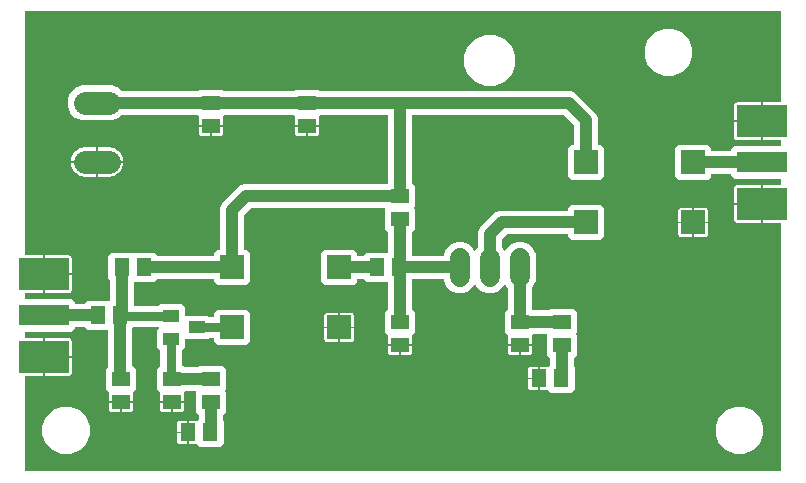
<source format=gbr>
G04 EAGLE Gerber RS-274X export*
G75*
%MOMM*%
%FSLAX34Y34*%
%LPD*%
%INTop Copper*%
%IPPOS*%
%AMOC8*
5,1,8,0,0,1.08239X$1,22.5*%
G01*
%ADD10R,1.500000X1.300000*%
%ADD11R,1.300000X1.500000*%
%ADD12R,1.400000X1.000000*%
%ADD13C,1.676400*%
%ADD14R,2.000000X2.000000*%
%ADD15R,4.191000X1.778000*%
%ADD16R,4.191000X2.667000*%
%ADD17C,1.981200*%
%ADD18C,1.000000*%
%ADD19C,1.500000*%
%ADD20C,0.800000*%

G36*
X644589Y5092D02*
X644589Y5092D01*
X644640Y5094D01*
X644672Y5112D01*
X644708Y5120D01*
X644747Y5153D01*
X644792Y5177D01*
X644813Y5207D01*
X644841Y5230D01*
X644862Y5277D01*
X644892Y5319D01*
X644900Y5361D01*
X644912Y5389D01*
X644911Y5419D01*
X644919Y5461D01*
X644919Y215498D01*
X644908Y215548D01*
X644906Y215599D01*
X644888Y215631D01*
X644880Y215667D01*
X644847Y215706D01*
X644823Y215751D01*
X644793Y215772D01*
X644770Y215800D01*
X644723Y215821D01*
X644681Y215851D01*
X644639Y215859D01*
X644611Y215871D01*
X644581Y215870D01*
X644539Y215878D01*
X629847Y215878D01*
X629847Y231373D01*
X629836Y231423D01*
X629834Y231474D01*
X629816Y231506D01*
X629808Y231542D01*
X629775Y231581D01*
X629751Y231626D01*
X629721Y231647D01*
X629697Y231675D01*
X629651Y231696D01*
X629609Y231726D01*
X629567Y231734D01*
X629539Y231746D01*
X629509Y231745D01*
X629467Y231753D01*
X629085Y231753D01*
X629085Y231755D01*
X629467Y231755D01*
X629517Y231766D01*
X629568Y231768D01*
X629600Y231786D01*
X629636Y231794D01*
X629675Y231827D01*
X629720Y231851D01*
X629741Y231881D01*
X629769Y231905D01*
X629790Y231951D01*
X629820Y231993D01*
X629828Y232035D01*
X629840Y232063D01*
X629839Y232093D01*
X629847Y232135D01*
X629847Y247630D01*
X644539Y247630D01*
X644589Y247641D01*
X644640Y247643D01*
X644672Y247661D01*
X644708Y247669D01*
X644747Y247702D01*
X644792Y247726D01*
X644813Y247756D01*
X644841Y247779D01*
X644862Y247826D01*
X644892Y247868D01*
X644900Y247910D01*
X644912Y247938D01*
X644911Y247968D01*
X644919Y248010D01*
X644919Y252349D01*
X644908Y252399D01*
X644906Y252450D01*
X644888Y252482D01*
X644880Y252518D01*
X644847Y252557D01*
X644823Y252602D01*
X644793Y252623D01*
X644770Y252651D01*
X644723Y252672D01*
X644681Y252702D01*
X644639Y252710D01*
X644611Y252722D01*
X644581Y252721D01*
X644539Y252729D01*
X606026Y252729D01*
X603050Y255705D01*
X603050Y256239D01*
X603039Y256289D01*
X603037Y256340D01*
X603019Y256372D01*
X603011Y256408D01*
X602978Y256447D01*
X602954Y256492D01*
X602924Y256513D01*
X602901Y256541D01*
X602854Y256562D01*
X602812Y256592D01*
X602770Y256600D01*
X602742Y256612D01*
X602712Y256611D01*
X602670Y256619D01*
X586321Y256619D01*
X586271Y256608D01*
X586220Y256606D01*
X586188Y256588D01*
X586152Y256580D01*
X586113Y256547D01*
X586068Y256523D01*
X586047Y256493D01*
X586019Y256470D01*
X585998Y256423D01*
X585968Y256381D01*
X585960Y256339D01*
X585948Y256311D01*
X585949Y256281D01*
X585941Y256239D01*
X585941Y254595D01*
X582965Y251619D01*
X558755Y251619D01*
X555779Y254595D01*
X555779Y278805D01*
X558755Y281781D01*
X582965Y281781D01*
X585941Y278805D01*
X585941Y277161D01*
X585952Y277111D01*
X585954Y277060D01*
X585972Y277028D01*
X585980Y276992D01*
X586013Y276953D01*
X586037Y276908D01*
X586067Y276887D01*
X586090Y276859D01*
X586137Y276838D01*
X586179Y276808D01*
X586221Y276800D01*
X586249Y276788D01*
X586279Y276789D01*
X586321Y276781D01*
X602670Y276781D01*
X602720Y276792D01*
X602771Y276794D01*
X602803Y276812D01*
X602839Y276820D01*
X602878Y276853D01*
X602923Y276877D01*
X602944Y276907D01*
X602972Y276930D01*
X602993Y276977D01*
X603023Y277019D01*
X603031Y277061D01*
X603043Y277089D01*
X603042Y277119D01*
X603050Y277161D01*
X603050Y277695D01*
X606026Y280671D01*
X644539Y280671D01*
X644589Y280682D01*
X644640Y280684D01*
X644672Y280702D01*
X644708Y280710D01*
X644747Y280743D01*
X644792Y280767D01*
X644813Y280797D01*
X644841Y280820D01*
X644862Y280867D01*
X644892Y280909D01*
X644900Y280951D01*
X644912Y280979D01*
X644911Y281009D01*
X644919Y281051D01*
X644919Y285390D01*
X644908Y285440D01*
X644906Y285491D01*
X644888Y285523D01*
X644880Y285559D01*
X644847Y285598D01*
X644823Y285643D01*
X644793Y285664D01*
X644770Y285692D01*
X644723Y285713D01*
X644681Y285743D01*
X644639Y285751D01*
X644611Y285763D01*
X644581Y285762D01*
X644539Y285770D01*
X629847Y285770D01*
X629847Y301265D01*
X629836Y301315D01*
X629834Y301366D01*
X629816Y301398D01*
X629808Y301434D01*
X629775Y301473D01*
X629751Y301518D01*
X629721Y301539D01*
X629697Y301567D01*
X629651Y301588D01*
X629609Y301618D01*
X629567Y301626D01*
X629539Y301638D01*
X629509Y301637D01*
X629467Y301645D01*
X629085Y301645D01*
X629085Y301647D01*
X629467Y301647D01*
X629517Y301658D01*
X629568Y301660D01*
X629600Y301678D01*
X629636Y301686D01*
X629675Y301719D01*
X629720Y301743D01*
X629741Y301773D01*
X629769Y301797D01*
X629790Y301843D01*
X629820Y301885D01*
X629828Y301927D01*
X629840Y301955D01*
X629839Y301981D01*
X629840Y301984D01*
X629840Y301990D01*
X629847Y302027D01*
X629847Y317522D01*
X644539Y317522D01*
X644589Y317533D01*
X644640Y317535D01*
X644672Y317553D01*
X644708Y317561D01*
X644747Y317594D01*
X644792Y317618D01*
X644813Y317648D01*
X644841Y317671D01*
X644862Y317718D01*
X644892Y317760D01*
X644900Y317802D01*
X644912Y317830D01*
X644911Y317860D01*
X644919Y317902D01*
X644919Y394539D01*
X644908Y394589D01*
X644906Y394640D01*
X644888Y394672D01*
X644880Y394708D01*
X644847Y394747D01*
X644823Y394792D01*
X644793Y394813D01*
X644770Y394841D01*
X644723Y394862D01*
X644681Y394892D01*
X644639Y394900D01*
X644611Y394912D01*
X644581Y394911D01*
X644539Y394919D01*
X5461Y394919D01*
X5411Y394908D01*
X5360Y394906D01*
X5328Y394888D01*
X5292Y394880D01*
X5253Y394847D01*
X5208Y394823D01*
X5187Y394793D01*
X5159Y394770D01*
X5138Y394723D01*
X5108Y394681D01*
X5100Y394639D01*
X5088Y394611D01*
X5089Y394581D01*
X5081Y394539D01*
X5081Y188362D01*
X5092Y188312D01*
X5094Y188261D01*
X5112Y188229D01*
X5120Y188193D01*
X5153Y188154D01*
X5177Y188109D01*
X5207Y188088D01*
X5230Y188060D01*
X5277Y188039D01*
X5319Y188009D01*
X5361Y188001D01*
X5389Y187989D01*
X5419Y187990D01*
X5461Y187982D01*
X20393Y187982D01*
X20393Y172487D01*
X20404Y172437D01*
X20406Y172386D01*
X20424Y172354D01*
X20432Y172318D01*
X20465Y172279D01*
X20489Y172234D01*
X20519Y172213D01*
X20542Y172185D01*
X20589Y172164D01*
X20631Y172134D01*
X20673Y172126D01*
X20701Y172114D01*
X20731Y172115D01*
X20773Y172107D01*
X21155Y172107D01*
X21155Y172105D01*
X20773Y172105D01*
X20723Y172094D01*
X20672Y172092D01*
X20640Y172074D01*
X20604Y172066D01*
X20565Y172033D01*
X20520Y172009D01*
X20499Y171979D01*
X20471Y171955D01*
X20450Y171909D01*
X20420Y171867D01*
X20412Y171825D01*
X20400Y171797D01*
X20401Y171767D01*
X20393Y171725D01*
X20393Y156230D01*
X5461Y156230D01*
X5411Y156219D01*
X5360Y156217D01*
X5328Y156199D01*
X5292Y156191D01*
X5253Y156158D01*
X5208Y156134D01*
X5187Y156104D01*
X5159Y156081D01*
X5138Y156034D01*
X5108Y155992D01*
X5100Y155950D01*
X5088Y155922D01*
X5089Y155892D01*
X5081Y155850D01*
X5081Y151511D01*
X5092Y151461D01*
X5094Y151410D01*
X5112Y151378D01*
X5120Y151342D01*
X5153Y151303D01*
X5177Y151258D01*
X5207Y151237D01*
X5230Y151209D01*
X5277Y151188D01*
X5319Y151158D01*
X5361Y151150D01*
X5389Y151138D01*
X5419Y151139D01*
X5461Y151131D01*
X44214Y151131D01*
X47190Y148155D01*
X47190Y147621D01*
X47201Y147571D01*
X47203Y147520D01*
X47221Y147488D01*
X47229Y147452D01*
X47262Y147413D01*
X47286Y147368D01*
X47316Y147347D01*
X47339Y147319D01*
X47386Y147298D01*
X47428Y147268D01*
X47470Y147260D01*
X47498Y147248D01*
X47528Y147249D01*
X47570Y147241D01*
X55438Y147241D01*
X55512Y147258D01*
X55587Y147271D01*
X55597Y147278D01*
X55607Y147280D01*
X55636Y147304D01*
X55707Y147352D01*
X58095Y149741D01*
X75305Y149741D01*
X75931Y149114D01*
X75975Y149087D01*
X76012Y149053D01*
X76047Y149042D01*
X76078Y149023D01*
X76129Y149018D01*
X76178Y149003D01*
X76214Y149010D01*
X76251Y149006D01*
X76298Y149024D01*
X76349Y149033D01*
X76384Y149057D01*
X76413Y149068D01*
X76434Y149090D01*
X76469Y149114D01*
X76828Y149473D01*
X76868Y149538D01*
X76912Y149600D01*
X76914Y149612D01*
X76919Y149620D01*
X76923Y149657D01*
X76939Y149742D01*
X76939Y166538D01*
X76922Y166612D01*
X76909Y166687D01*
X76902Y166697D01*
X76900Y166707D01*
X76876Y166736D01*
X76828Y166807D01*
X75439Y168195D01*
X75439Y187405D01*
X78415Y190381D01*
X95625Y190381D01*
X96251Y189754D01*
X96294Y189727D01*
X96332Y189693D01*
X96367Y189682D01*
X96398Y189663D01*
X96449Y189658D01*
X96498Y189643D01*
X96534Y189650D01*
X96571Y189646D01*
X96618Y189664D01*
X96669Y189673D01*
X96704Y189697D01*
X96733Y189708D01*
X96754Y189730D01*
X96789Y189754D01*
X97415Y190381D01*
X114625Y190381D01*
X117013Y187992D01*
X117078Y187952D01*
X117140Y187908D01*
X117152Y187906D01*
X117160Y187901D01*
X117197Y187897D01*
X117282Y187881D01*
X164879Y187881D01*
X164929Y187892D01*
X164980Y187894D01*
X165012Y187912D01*
X165048Y187920D01*
X165087Y187953D01*
X165132Y187977D01*
X165153Y188007D01*
X165181Y188030D01*
X165202Y188077D01*
X165232Y188119D01*
X165240Y188161D01*
X165252Y188189D01*
X165251Y188219D01*
X165259Y188261D01*
X165259Y189905D01*
X168235Y192881D01*
X169879Y192881D01*
X169929Y192892D01*
X169980Y192894D01*
X170012Y192912D01*
X170048Y192920D01*
X170087Y192953D01*
X170132Y192977D01*
X170153Y193007D01*
X170181Y193030D01*
X170202Y193077D01*
X170232Y193119D01*
X170240Y193161D01*
X170252Y193189D01*
X170251Y193219D01*
X170259Y193261D01*
X170259Y228065D01*
X171794Y231770D01*
X186670Y246646D01*
X190375Y248181D01*
X311318Y248181D01*
X311392Y248198D01*
X311467Y248211D01*
X311477Y248218D01*
X311487Y248220D01*
X311516Y248244D01*
X311587Y248292D01*
X312388Y249093D01*
X312428Y249158D01*
X312472Y249220D01*
X312474Y249232D01*
X312479Y249240D01*
X312483Y249277D01*
X312499Y249362D01*
X312499Y306379D01*
X312488Y306429D01*
X312486Y306480D01*
X312468Y306512D01*
X312460Y306548D01*
X312427Y306587D01*
X312403Y306632D01*
X312373Y306653D01*
X312350Y306681D01*
X312303Y306702D01*
X312261Y306732D01*
X312219Y306740D01*
X312191Y306752D01*
X312161Y306751D01*
X312119Y306759D01*
X255102Y306759D01*
X255028Y306742D01*
X254953Y306729D01*
X254943Y306722D01*
X254933Y306720D01*
X254904Y306696D01*
X254833Y306648D01*
X253820Y305635D01*
X253800Y305602D01*
X253771Y305575D01*
X253755Y305529D01*
X253729Y305488D01*
X253725Y305449D01*
X253712Y305412D01*
X253716Y305353D01*
X253712Y305315D01*
X253720Y305295D01*
X253722Y305268D01*
X253881Y304675D01*
X253881Y298601D01*
X244221Y298601D01*
X244171Y298590D01*
X244120Y298588D01*
X244088Y298570D01*
X244052Y298562D01*
X244013Y298529D01*
X243968Y298505D01*
X243947Y298475D01*
X243919Y298451D01*
X243898Y298405D01*
X243868Y298363D01*
X243860Y298321D01*
X243848Y298293D01*
X243849Y298263D01*
X243841Y298221D01*
X243841Y297839D01*
X243839Y297839D01*
X243839Y298221D01*
X243828Y298271D01*
X243826Y298322D01*
X243808Y298354D01*
X243800Y298390D01*
X243767Y298429D01*
X243743Y298474D01*
X243713Y298495D01*
X243689Y298523D01*
X243643Y298544D01*
X243601Y298574D01*
X243559Y298582D01*
X243531Y298594D01*
X243501Y298593D01*
X243459Y298601D01*
X233799Y298601D01*
X233799Y304675D01*
X233958Y305268D01*
X233959Y305307D01*
X233971Y305344D01*
X233962Y305392D01*
X233964Y305441D01*
X233948Y305476D01*
X233941Y305515D01*
X233907Y305564D01*
X233892Y305598D01*
X233875Y305612D01*
X233860Y305635D01*
X232847Y306648D01*
X232782Y306688D01*
X232720Y306732D01*
X232708Y306734D01*
X232700Y306739D01*
X232663Y306743D01*
X232578Y306759D01*
X173822Y306759D01*
X173748Y306742D01*
X173673Y306729D01*
X173663Y306722D01*
X173653Y306720D01*
X173624Y306696D01*
X173553Y306648D01*
X172540Y305635D01*
X172520Y305602D01*
X172491Y305575D01*
X172475Y305529D01*
X172449Y305488D01*
X172445Y305449D01*
X172432Y305412D01*
X172436Y305353D01*
X172432Y305315D01*
X172440Y305295D01*
X172442Y305268D01*
X172601Y304675D01*
X172601Y298601D01*
X162941Y298601D01*
X162891Y298590D01*
X162840Y298588D01*
X162808Y298570D01*
X162772Y298562D01*
X162733Y298529D01*
X162688Y298505D01*
X162667Y298475D01*
X162639Y298451D01*
X162618Y298405D01*
X162588Y298363D01*
X162580Y298321D01*
X162568Y298293D01*
X162569Y298263D01*
X162561Y298221D01*
X162561Y297839D01*
X162559Y297839D01*
X162559Y298221D01*
X162548Y298271D01*
X162546Y298322D01*
X162528Y298354D01*
X162520Y298390D01*
X162487Y298429D01*
X162463Y298474D01*
X162433Y298495D01*
X162409Y298523D01*
X162363Y298544D01*
X162321Y298574D01*
X162279Y298582D01*
X162251Y298594D01*
X162221Y298593D01*
X162179Y298601D01*
X152519Y298601D01*
X152519Y304675D01*
X152678Y305268D01*
X152679Y305307D01*
X152691Y305344D01*
X152682Y305392D01*
X152684Y305441D01*
X152668Y305476D01*
X152661Y305515D01*
X152627Y305564D01*
X152612Y305598D01*
X152595Y305612D01*
X152580Y305635D01*
X151567Y306648D01*
X151502Y306688D01*
X151440Y306732D01*
X151428Y306734D01*
X151420Y306739D01*
X151383Y306743D01*
X151298Y306759D01*
X86811Y306759D01*
X86737Y306742D01*
X86662Y306729D01*
X86652Y306722D01*
X86643Y306720D01*
X86614Y306696D01*
X86542Y306648D01*
X84435Y304541D01*
X78927Y302259D01*
X53153Y302259D01*
X47645Y304541D01*
X43429Y308757D01*
X41147Y314265D01*
X41147Y320227D01*
X43429Y325735D01*
X47645Y329951D01*
X53153Y332233D01*
X78927Y332233D01*
X84435Y329951D01*
X87354Y327032D01*
X87419Y326992D01*
X87481Y326948D01*
X87493Y326946D01*
X87502Y326941D01*
X87539Y326937D01*
X87623Y326921D01*
X151298Y326921D01*
X151372Y326938D01*
X151447Y326951D01*
X151457Y326958D01*
X151467Y326960D01*
X151496Y326984D01*
X151567Y327032D01*
X152955Y328421D01*
X172165Y328421D01*
X173553Y327032D01*
X173618Y326992D01*
X173680Y326948D01*
X173692Y326946D01*
X173700Y326941D01*
X173737Y326937D01*
X173822Y326921D01*
X232578Y326921D01*
X232652Y326938D01*
X232727Y326951D01*
X232737Y326958D01*
X232747Y326960D01*
X232776Y326984D01*
X232847Y327032D01*
X234235Y328421D01*
X253445Y328421D01*
X254833Y327032D01*
X254898Y326992D01*
X254960Y326948D01*
X254972Y326946D01*
X254980Y326941D01*
X255017Y326937D01*
X255102Y326921D01*
X467485Y326921D01*
X471190Y325386D01*
X488606Y307970D01*
X490141Y304265D01*
X490141Y282161D01*
X490152Y282111D01*
X490154Y282060D01*
X490172Y282028D01*
X490180Y281992D01*
X490213Y281953D01*
X490237Y281908D01*
X490267Y281887D01*
X490290Y281859D01*
X490337Y281838D01*
X490379Y281808D01*
X490421Y281800D01*
X490449Y281788D01*
X490479Y281789D01*
X490521Y281781D01*
X492165Y281781D01*
X495141Y278805D01*
X495141Y254595D01*
X492165Y251619D01*
X467955Y251619D01*
X464979Y254595D01*
X464979Y278805D01*
X467955Y281781D01*
X469599Y281781D01*
X469649Y281792D01*
X469700Y281794D01*
X469732Y281812D01*
X469768Y281820D01*
X469807Y281853D01*
X469852Y281877D01*
X469873Y281907D01*
X469901Y281930D01*
X469922Y281977D01*
X469952Y282019D01*
X469960Y282061D01*
X469972Y282089D01*
X469971Y282119D01*
X469979Y282161D01*
X469979Y297927D01*
X469962Y298001D01*
X469949Y298076D01*
X469942Y298086D01*
X469940Y298096D01*
X469916Y298124D01*
X469868Y298196D01*
X461416Y306648D01*
X461351Y306688D01*
X461289Y306732D01*
X461277Y306734D01*
X461269Y306739D01*
X461232Y306743D01*
X461147Y306759D01*
X333041Y306759D01*
X332991Y306748D01*
X332940Y306746D01*
X332908Y306728D01*
X332872Y306720D01*
X332833Y306687D01*
X332788Y306663D01*
X332767Y306633D01*
X332739Y306610D01*
X332718Y306563D01*
X332688Y306521D01*
X332680Y306479D01*
X332668Y306451D01*
X332669Y306421D01*
X332661Y306379D01*
X332661Y249362D01*
X332678Y249288D01*
X332691Y249213D01*
X332698Y249203D01*
X332700Y249193D01*
X332724Y249164D01*
X332772Y249093D01*
X335161Y246705D01*
X335161Y229495D01*
X334534Y228869D01*
X334507Y228826D01*
X334473Y228788D01*
X334462Y228753D01*
X334443Y228722D01*
X334438Y228671D01*
X334423Y228622D01*
X334430Y228586D01*
X334426Y228549D01*
X334444Y228502D01*
X334453Y228451D01*
X334477Y228416D01*
X334488Y228387D01*
X334510Y228366D01*
X334534Y228331D01*
X335161Y227705D01*
X335161Y210495D01*
X332772Y208107D01*
X332732Y208042D01*
X332688Y207980D01*
X332686Y207968D01*
X332681Y207960D01*
X332677Y207923D01*
X332661Y207838D01*
X332661Y188402D01*
X332678Y188328D01*
X332691Y188253D01*
X332698Y188243D01*
X332700Y188233D01*
X332724Y188205D01*
X332772Y188133D01*
X332913Y187992D01*
X332978Y187952D01*
X333040Y187908D01*
X333052Y187906D01*
X333060Y187901D01*
X333097Y187897D01*
X333182Y187881D01*
X359537Y187881D01*
X359587Y187892D01*
X359638Y187894D01*
X359670Y187912D01*
X359706Y187920D01*
X359745Y187953D01*
X359790Y187977D01*
X359811Y188007D01*
X359839Y188030D01*
X359860Y188077D01*
X359890Y188119D01*
X359898Y188161D01*
X359910Y188189D01*
X359909Y188219D01*
X359917Y188261D01*
X359917Y188860D01*
X361967Y193808D01*
X365754Y197595D01*
X370702Y199645D01*
X376058Y199645D01*
X381006Y197595D01*
X384793Y193808D01*
X385729Y191549D01*
X385744Y191528D01*
X385751Y191504D01*
X385794Y191459D01*
X385830Y191409D01*
X385853Y191396D01*
X385870Y191378D01*
X385928Y191356D01*
X385983Y191327D01*
X386009Y191327D01*
X386033Y191318D01*
X386094Y191324D01*
X386156Y191322D01*
X386179Y191333D01*
X386205Y191336D01*
X386257Y191369D01*
X386313Y191395D01*
X386330Y191415D01*
X386351Y191429D01*
X386399Y191500D01*
X386422Y191529D01*
X386424Y191539D01*
X386431Y191549D01*
X387367Y193808D01*
X388588Y195029D01*
X388628Y195094D01*
X388672Y195156D01*
X388674Y195168D01*
X388679Y195176D01*
X388683Y195213D01*
X388699Y195298D01*
X388699Y207745D01*
X390234Y211450D01*
X403230Y224446D01*
X406935Y225981D01*
X464599Y225981D01*
X464649Y225992D01*
X464700Y225994D01*
X464732Y226012D01*
X464768Y226020D01*
X464807Y226053D01*
X464852Y226077D01*
X464873Y226107D01*
X464901Y226130D01*
X464922Y226177D01*
X464952Y226219D01*
X464960Y226261D01*
X464972Y226289D01*
X464971Y226312D01*
X464972Y226314D01*
X464972Y226323D01*
X464979Y226361D01*
X464979Y228005D01*
X467955Y230981D01*
X492165Y230981D01*
X495141Y228005D01*
X495141Y203795D01*
X492165Y200819D01*
X467955Y200819D01*
X464979Y203795D01*
X464979Y205439D01*
X464968Y205489D01*
X464966Y205540D01*
X464948Y205572D01*
X464940Y205608D01*
X464907Y205647D01*
X464883Y205692D01*
X464853Y205713D01*
X464830Y205741D01*
X464783Y205762D01*
X464741Y205792D01*
X464699Y205800D01*
X464671Y205812D01*
X464641Y205811D01*
X464599Y205819D01*
X413273Y205819D01*
X413199Y205802D01*
X413124Y205789D01*
X413114Y205782D01*
X413104Y205780D01*
X413076Y205756D01*
X413004Y205708D01*
X408972Y201676D01*
X408932Y201611D01*
X408888Y201549D01*
X408886Y201537D01*
X408881Y201529D01*
X408877Y201492D01*
X408861Y201407D01*
X408861Y195298D01*
X408878Y195224D01*
X408891Y195149D01*
X408898Y195139D01*
X408900Y195129D01*
X408924Y195100D01*
X408972Y195029D01*
X410193Y193808D01*
X411129Y191549D01*
X411144Y191528D01*
X411151Y191504D01*
X411194Y191459D01*
X411230Y191409D01*
X411253Y191396D01*
X411270Y191378D01*
X411328Y191356D01*
X411383Y191327D01*
X411409Y191327D01*
X411433Y191318D01*
X411494Y191324D01*
X411556Y191322D01*
X411579Y191333D01*
X411605Y191336D01*
X411657Y191369D01*
X411713Y191395D01*
X411730Y191415D01*
X411751Y191429D01*
X411799Y191500D01*
X411822Y191529D01*
X411824Y191539D01*
X411831Y191549D01*
X412767Y193808D01*
X416554Y197595D01*
X421502Y199645D01*
X426858Y199645D01*
X431806Y197595D01*
X435593Y193808D01*
X437643Y188860D01*
X437643Y166740D01*
X435593Y161792D01*
X434372Y160571D01*
X434332Y160506D01*
X434288Y160444D01*
X434286Y160432D01*
X434281Y160424D01*
X434277Y160387D01*
X434261Y160302D01*
X434261Y142682D01*
X434278Y142608D01*
X434291Y142533D01*
X434298Y142523D01*
X434300Y142513D01*
X434324Y142484D01*
X434372Y142413D01*
X435173Y141612D01*
X435238Y141572D01*
X435300Y141528D01*
X435312Y141526D01*
X435320Y141521D01*
X435357Y141517D01*
X435442Y141501D01*
X448478Y141501D01*
X448552Y141518D01*
X448627Y141531D01*
X448637Y141538D01*
X448647Y141540D01*
X448676Y141564D01*
X448747Y141612D01*
X450135Y143001D01*
X469345Y143001D01*
X472321Y140025D01*
X472321Y122815D01*
X471694Y122189D01*
X471667Y122146D01*
X471633Y122108D01*
X471622Y122073D01*
X471603Y122042D01*
X471598Y121991D01*
X471583Y121942D01*
X471590Y121906D01*
X471586Y121869D01*
X471604Y121822D01*
X471613Y121771D01*
X471637Y121736D01*
X471648Y121707D01*
X471670Y121686D01*
X471694Y121651D01*
X472321Y121025D01*
X472321Y103815D01*
X469932Y101427D01*
X469892Y101362D01*
X469848Y101300D01*
X469846Y101288D01*
X469841Y101280D01*
X469837Y101243D01*
X469821Y101158D01*
X469821Y94422D01*
X469833Y94369D01*
X469834Y94339D01*
X469842Y94324D01*
X469851Y94273D01*
X469858Y94263D01*
X469860Y94253D01*
X469884Y94225D01*
X469932Y94153D01*
X470661Y93425D01*
X470661Y74215D01*
X467685Y71239D01*
X450475Y71239D01*
X447875Y73840D01*
X447842Y73860D01*
X447815Y73889D01*
X447769Y73905D01*
X447728Y73931D01*
X447689Y73935D01*
X447652Y73948D01*
X447593Y73944D01*
X447555Y73948D01*
X447535Y73940D01*
X447508Y73938D01*
X446915Y73779D01*
X440841Y73779D01*
X440841Y83439D01*
X440830Y83489D01*
X440828Y83540D01*
X440810Y83572D01*
X440802Y83608D01*
X440769Y83647D01*
X440745Y83692D01*
X440715Y83713D01*
X440691Y83741D01*
X440645Y83762D01*
X440603Y83792D01*
X440561Y83800D01*
X440533Y83812D01*
X440503Y83811D01*
X440461Y83819D01*
X440079Y83819D01*
X440079Y83821D01*
X440461Y83821D01*
X440511Y83832D01*
X440562Y83834D01*
X440594Y83852D01*
X440630Y83860D01*
X440669Y83893D01*
X440714Y83917D01*
X440735Y83947D01*
X440763Y83971D01*
X440784Y84017D01*
X440814Y84059D01*
X440822Y84101D01*
X440834Y84129D01*
X440833Y84159D01*
X440841Y84201D01*
X440841Y93861D01*
X446915Y93861D01*
X447508Y93702D01*
X447547Y93701D01*
X447584Y93689D01*
X447632Y93698D01*
X447681Y93696D01*
X447716Y93712D01*
X447755Y93719D01*
X447804Y93753D01*
X447839Y93768D01*
X447852Y93785D01*
X447875Y93800D01*
X449548Y95473D01*
X449588Y95538D01*
X449632Y95600D01*
X449634Y95612D01*
X449639Y95620D01*
X449643Y95657D01*
X449659Y95742D01*
X449659Y101158D01*
X449642Y101232D01*
X449629Y101307D01*
X449622Y101317D01*
X449620Y101327D01*
X449596Y101356D01*
X449548Y101427D01*
X447159Y103815D01*
X447159Y120959D01*
X447148Y121009D01*
X447146Y121060D01*
X447128Y121092D01*
X447120Y121128D01*
X447087Y121167D01*
X447063Y121212D01*
X447033Y121233D01*
X447010Y121261D01*
X446963Y121282D01*
X446921Y121312D01*
X446879Y121320D01*
X446851Y121332D01*
X446821Y121331D01*
X446779Y121339D01*
X435442Y121339D01*
X435368Y121322D01*
X435293Y121309D01*
X435283Y121302D01*
X435273Y121300D01*
X435244Y121276D01*
X435173Y121228D01*
X434160Y120215D01*
X434140Y120182D01*
X434111Y120155D01*
X434095Y120109D01*
X434069Y120068D01*
X434065Y120029D01*
X434052Y119992D01*
X434056Y119933D01*
X434052Y119895D01*
X434060Y119875D01*
X434062Y119848D01*
X434221Y119255D01*
X434221Y113181D01*
X424561Y113181D01*
X424511Y113170D01*
X424460Y113168D01*
X424428Y113150D01*
X424392Y113142D01*
X424353Y113109D01*
X424308Y113085D01*
X424287Y113055D01*
X424259Y113031D01*
X424238Y112985D01*
X424208Y112943D01*
X424200Y112901D01*
X424188Y112873D01*
X424189Y112843D01*
X424181Y112801D01*
X424181Y112419D01*
X424179Y112419D01*
X424179Y112801D01*
X424168Y112851D01*
X424166Y112902D01*
X424148Y112934D01*
X424140Y112970D01*
X424107Y113009D01*
X424083Y113054D01*
X424053Y113075D01*
X424029Y113103D01*
X423983Y113124D01*
X423941Y113154D01*
X423899Y113162D01*
X423871Y113174D01*
X423841Y113173D01*
X423799Y113181D01*
X414139Y113181D01*
X414139Y119255D01*
X414298Y119848D01*
X414299Y119887D01*
X414311Y119924D01*
X414302Y119972D01*
X414304Y120021D01*
X414288Y120056D01*
X414281Y120095D01*
X414247Y120144D01*
X414232Y120178D01*
X414215Y120192D01*
X414200Y120215D01*
X411599Y122815D01*
X411599Y140025D01*
X413988Y142413D01*
X414028Y142478D01*
X414072Y142540D01*
X414074Y142552D01*
X414079Y142560D01*
X414083Y142597D01*
X414099Y142682D01*
X414099Y160302D01*
X414082Y160376D01*
X414069Y160451D01*
X414062Y160461D01*
X414060Y160471D01*
X414036Y160500D01*
X413988Y160571D01*
X412767Y161792D01*
X411831Y164051D01*
X411816Y164072D01*
X411809Y164096D01*
X411766Y164141D01*
X411730Y164191D01*
X411707Y164203D01*
X411690Y164222D01*
X411632Y164244D01*
X411577Y164273D01*
X411551Y164273D01*
X411527Y164282D01*
X411466Y164276D01*
X411404Y164278D01*
X411381Y164267D01*
X411355Y164264D01*
X411303Y164231D01*
X411247Y164205D01*
X411230Y164185D01*
X411209Y164171D01*
X411161Y164099D01*
X411138Y164071D01*
X411135Y164061D01*
X411129Y164051D01*
X410193Y161792D01*
X406406Y158005D01*
X401458Y155955D01*
X396102Y155955D01*
X391154Y158005D01*
X387367Y161792D01*
X386431Y164051D01*
X386416Y164072D01*
X386409Y164096D01*
X386366Y164141D01*
X386330Y164191D01*
X386307Y164203D01*
X386290Y164222D01*
X386232Y164244D01*
X386177Y164273D01*
X386151Y164273D01*
X386127Y164282D01*
X386066Y164276D01*
X386004Y164278D01*
X385981Y164267D01*
X385955Y164264D01*
X385903Y164231D01*
X385847Y164205D01*
X385830Y164185D01*
X385809Y164171D01*
X385761Y164099D01*
X385738Y164071D01*
X385735Y164061D01*
X385729Y164051D01*
X384793Y161792D01*
X381006Y158005D01*
X376058Y155955D01*
X370702Y155955D01*
X365754Y158005D01*
X361967Y161792D01*
X359917Y166740D01*
X359917Y167339D01*
X359906Y167389D01*
X359904Y167440D01*
X359886Y167472D01*
X359878Y167508D01*
X359845Y167547D01*
X359821Y167592D01*
X359791Y167613D01*
X359768Y167641D01*
X359721Y167662D01*
X359679Y167692D01*
X359637Y167700D01*
X359609Y167712D01*
X359579Y167711D01*
X359537Y167719D01*
X333182Y167719D01*
X333108Y167702D01*
X333033Y167689D01*
X333023Y167682D01*
X333013Y167680D01*
X332984Y167656D01*
X332913Y167608D01*
X332772Y167467D01*
X332732Y167402D01*
X332688Y167340D01*
X332686Y167328D01*
X332681Y167320D01*
X332677Y167283D01*
X332661Y167198D01*
X332661Y142682D01*
X332678Y142608D01*
X332691Y142533D01*
X332698Y142523D01*
X332700Y142513D01*
X332724Y142484D01*
X332772Y142413D01*
X335161Y140025D01*
X335161Y122815D01*
X332560Y120215D01*
X332540Y120182D01*
X332511Y120155D01*
X332495Y120109D01*
X332469Y120068D01*
X332465Y120029D01*
X332452Y119992D01*
X332456Y119933D01*
X332452Y119895D01*
X332460Y119875D01*
X332462Y119848D01*
X332621Y119255D01*
X332621Y113181D01*
X322961Y113181D01*
X322911Y113170D01*
X322860Y113168D01*
X322828Y113150D01*
X322792Y113142D01*
X322753Y113109D01*
X322708Y113085D01*
X322687Y113055D01*
X322659Y113031D01*
X322638Y112985D01*
X322608Y112943D01*
X322600Y112901D01*
X322588Y112873D01*
X322589Y112843D01*
X322581Y112801D01*
X322581Y112419D01*
X322579Y112419D01*
X322579Y112801D01*
X322568Y112851D01*
X322566Y112902D01*
X322548Y112934D01*
X322540Y112970D01*
X322507Y113009D01*
X322483Y113054D01*
X322453Y113075D01*
X322429Y113103D01*
X322383Y113124D01*
X322341Y113154D01*
X322299Y113162D01*
X322271Y113174D01*
X322241Y113173D01*
X322199Y113181D01*
X312539Y113181D01*
X312539Y119255D01*
X312698Y119848D01*
X312699Y119887D01*
X312711Y119924D01*
X312702Y119972D01*
X312704Y120021D01*
X312688Y120056D01*
X312681Y120095D01*
X312647Y120144D01*
X312632Y120178D01*
X312615Y120192D01*
X312600Y120215D01*
X309999Y122815D01*
X309999Y140025D01*
X312388Y142413D01*
X312428Y142478D01*
X312472Y142540D01*
X312474Y142552D01*
X312479Y142560D01*
X312483Y142597D01*
X312499Y142682D01*
X312499Y165276D01*
X312493Y165301D01*
X312496Y165327D01*
X312474Y165385D01*
X312460Y165445D01*
X312443Y165465D01*
X312434Y165489D01*
X312389Y165531D01*
X312350Y165578D01*
X312326Y165589D01*
X312307Y165607D01*
X312248Y165624D01*
X312191Y165649D01*
X312166Y165648D01*
X312141Y165656D01*
X312080Y165645D01*
X312018Y165643D01*
X311996Y165630D01*
X311970Y165626D01*
X311899Y165578D01*
X311866Y165560D01*
X311860Y165552D01*
X311850Y165545D01*
X311525Y165219D01*
X294315Y165219D01*
X291927Y167608D01*
X291862Y167648D01*
X291800Y167692D01*
X291788Y167694D01*
X291780Y167699D01*
X291743Y167703D01*
X291658Y167719D01*
X286601Y167719D01*
X286551Y167708D01*
X286500Y167706D01*
X286468Y167688D01*
X286432Y167680D01*
X286393Y167647D01*
X286348Y167623D01*
X286327Y167593D01*
X286299Y167570D01*
X286278Y167523D01*
X286248Y167481D01*
X286240Y167439D01*
X286228Y167411D01*
X286229Y167381D01*
X286221Y167339D01*
X286221Y165695D01*
X283245Y162719D01*
X259035Y162719D01*
X256059Y165695D01*
X256059Y189905D01*
X259035Y192881D01*
X283245Y192881D01*
X286221Y189905D01*
X286221Y188261D01*
X286232Y188211D01*
X286234Y188160D01*
X286252Y188128D01*
X286260Y188092D01*
X286293Y188053D01*
X286317Y188008D01*
X286347Y187987D01*
X286370Y187959D01*
X286417Y187938D01*
X286459Y187908D01*
X286501Y187900D01*
X286529Y187888D01*
X286559Y187889D01*
X286601Y187881D01*
X291658Y187881D01*
X291732Y187898D01*
X291807Y187911D01*
X291817Y187918D01*
X291827Y187920D01*
X291856Y187944D01*
X291927Y187992D01*
X294315Y190381D01*
X311525Y190381D01*
X311850Y190055D01*
X311872Y190041D01*
X311888Y190022D01*
X311945Y189996D01*
X311997Y189964D01*
X312023Y189961D01*
X312047Y189951D01*
X312108Y189953D01*
X312170Y189947D01*
X312194Y189956D01*
X312220Y189957D01*
X312274Y189987D01*
X312332Y190009D01*
X312349Y190028D01*
X312372Y190040D01*
X312407Y190090D01*
X312449Y190136D01*
X312457Y190161D01*
X312472Y190182D01*
X312488Y190266D01*
X312499Y190302D01*
X312497Y190312D01*
X312499Y190324D01*
X312499Y207838D01*
X312482Y207912D01*
X312469Y207987D01*
X312462Y207997D01*
X312460Y208007D01*
X312436Y208036D01*
X312388Y208107D01*
X309999Y210495D01*
X309999Y227639D01*
X309988Y227689D01*
X309986Y227740D01*
X309968Y227772D01*
X309960Y227808D01*
X309927Y227847D01*
X309903Y227892D01*
X309873Y227913D01*
X309850Y227941D01*
X309803Y227962D01*
X309761Y227992D01*
X309719Y228000D01*
X309691Y228012D01*
X309661Y228011D01*
X309619Y228019D01*
X196713Y228019D01*
X196639Y228002D01*
X196564Y227989D01*
X196554Y227982D01*
X196544Y227980D01*
X196516Y227956D01*
X196444Y227908D01*
X190532Y221996D01*
X190492Y221931D01*
X190448Y221869D01*
X190446Y221857D01*
X190441Y221849D01*
X190437Y221812D01*
X190421Y221727D01*
X190421Y193261D01*
X190432Y193211D01*
X190434Y193160D01*
X190452Y193128D01*
X190460Y193092D01*
X190493Y193053D01*
X190517Y193008D01*
X190547Y192987D01*
X190570Y192959D01*
X190617Y192938D01*
X190659Y192908D01*
X190701Y192900D01*
X190729Y192888D01*
X190759Y192889D01*
X190801Y192881D01*
X192445Y192881D01*
X195421Y189905D01*
X195421Y165695D01*
X192445Y162719D01*
X168235Y162719D01*
X165259Y165695D01*
X165259Y167339D01*
X165248Y167389D01*
X165246Y167440D01*
X165228Y167472D01*
X165220Y167508D01*
X165187Y167547D01*
X165163Y167592D01*
X165133Y167613D01*
X165110Y167641D01*
X165063Y167662D01*
X165021Y167692D01*
X164979Y167700D01*
X164951Y167712D01*
X164921Y167711D01*
X164879Y167719D01*
X117282Y167719D01*
X117208Y167702D01*
X117133Y167689D01*
X117123Y167682D01*
X117113Y167680D01*
X117084Y167656D01*
X117013Y167608D01*
X114625Y165219D01*
X97481Y165219D01*
X97431Y165208D01*
X97380Y165206D01*
X97348Y165188D01*
X97312Y165180D01*
X97273Y165147D01*
X97228Y165123D01*
X97207Y165093D01*
X97179Y165070D01*
X97158Y165023D01*
X97128Y164981D01*
X97120Y164939D01*
X97108Y164911D01*
X97109Y164881D01*
X97101Y164839D01*
X97101Y147102D01*
X97118Y147028D01*
X97131Y146953D01*
X97138Y146943D01*
X97140Y146933D01*
X97164Y146904D01*
X97212Y146833D01*
X97281Y146765D01*
X97281Y145961D01*
X97292Y145911D01*
X97294Y145860D01*
X97312Y145828D01*
X97320Y145792D01*
X97353Y145753D01*
X97377Y145708D01*
X97407Y145687D01*
X97430Y145659D01*
X97477Y145638D01*
X97519Y145608D01*
X97561Y145600D01*
X97589Y145588D01*
X97619Y145589D01*
X97661Y145581D01*
X118438Y145581D01*
X118512Y145598D01*
X118587Y145611D01*
X118597Y145618D01*
X118607Y145620D01*
X118636Y145644D01*
X118707Y145692D01*
X119595Y146581D01*
X137805Y146581D01*
X140781Y143605D01*
X140781Y137184D01*
X140787Y137159D01*
X140784Y137133D01*
X140806Y137075D01*
X140820Y137015D01*
X140837Y136995D01*
X140846Y136971D01*
X140891Y136929D01*
X140930Y136882D01*
X140954Y136871D01*
X140973Y136853D01*
X141032Y136836D01*
X141089Y136811D01*
X141114Y136812D01*
X141139Y136804D01*
X141200Y136815D01*
X141262Y136817D01*
X141284Y136830D01*
X141310Y136834D01*
X141381Y136882D01*
X141414Y136900D01*
X141420Y136908D01*
X141430Y136915D01*
X141596Y137081D01*
X159805Y137081D01*
X160693Y136192D01*
X160758Y136152D01*
X160820Y136108D01*
X160832Y136106D01*
X160840Y136101D01*
X160877Y136097D01*
X160962Y136081D01*
X164879Y136081D01*
X164929Y136092D01*
X164980Y136094D01*
X165012Y136112D01*
X165048Y136120D01*
X165087Y136153D01*
X165132Y136177D01*
X165153Y136207D01*
X165181Y136230D01*
X165202Y136277D01*
X165232Y136319D01*
X165240Y136361D01*
X165252Y136389D01*
X165251Y136419D01*
X165259Y136461D01*
X165259Y139105D01*
X168235Y142081D01*
X192445Y142081D01*
X195421Y139105D01*
X195421Y114895D01*
X192445Y111919D01*
X168235Y111919D01*
X165259Y114895D01*
X165259Y117539D01*
X165248Y117589D01*
X165246Y117640D01*
X165228Y117672D01*
X165220Y117708D01*
X165187Y117747D01*
X165163Y117792D01*
X165133Y117813D01*
X165110Y117841D01*
X165063Y117862D01*
X165021Y117892D01*
X164979Y117900D01*
X164951Y117912D01*
X164921Y117911D01*
X164879Y117919D01*
X160962Y117919D01*
X160888Y117902D01*
X160813Y117889D01*
X160803Y117882D01*
X160793Y117880D01*
X160764Y117856D01*
X160693Y117808D01*
X159805Y116919D01*
X141596Y116919D01*
X141430Y117085D01*
X141408Y117099D01*
X141392Y117118D01*
X141335Y117144D01*
X141283Y117176D01*
X141257Y117179D01*
X141233Y117189D01*
X141172Y117187D01*
X141110Y117193D01*
X141086Y117184D01*
X141060Y117183D01*
X141006Y117153D01*
X140948Y117131D01*
X140931Y117112D01*
X140908Y117100D01*
X140873Y117049D01*
X140831Y117004D01*
X140823Y116979D01*
X140808Y116958D01*
X140792Y116874D01*
X140781Y116838D01*
X140783Y116828D01*
X140781Y116816D01*
X140781Y110395D01*
X137892Y107507D01*
X137852Y107442D01*
X137808Y107380D01*
X137806Y107368D01*
X137801Y107360D01*
X137797Y107323D01*
X137781Y107238D01*
X137781Y95121D01*
X137792Y95071D01*
X137794Y95020D01*
X137812Y94988D01*
X137820Y94952D01*
X137853Y94913D01*
X137877Y94868D01*
X137907Y94847D01*
X137930Y94819D01*
X137977Y94798D01*
X138019Y94768D01*
X138061Y94760D01*
X138089Y94748D01*
X138119Y94749D01*
X138161Y94741D01*
X139145Y94741D01*
X140533Y93352D01*
X140598Y93312D01*
X140660Y93268D01*
X140672Y93266D01*
X140680Y93261D01*
X140717Y93257D01*
X140802Y93241D01*
X151298Y93241D01*
X151372Y93258D01*
X151447Y93271D01*
X151457Y93278D01*
X151467Y93280D01*
X151496Y93304D01*
X151567Y93352D01*
X152955Y94741D01*
X172165Y94741D01*
X175141Y91765D01*
X175141Y74555D01*
X174514Y73929D01*
X174487Y73886D01*
X174453Y73848D01*
X174442Y73813D01*
X174423Y73782D01*
X174418Y73731D01*
X174403Y73682D01*
X174410Y73646D01*
X174406Y73609D01*
X174424Y73562D01*
X174433Y73511D01*
X174457Y73476D01*
X174468Y73447D01*
X174490Y73426D01*
X174514Y73391D01*
X175141Y72765D01*
X175141Y55555D01*
X172752Y53167D01*
X172712Y53102D01*
X172668Y53040D01*
X172666Y53028D01*
X172661Y53020D01*
X172657Y52983D01*
X172641Y52898D01*
X172641Y48702D01*
X172658Y48628D01*
X172671Y48553D01*
X172678Y48543D01*
X172680Y48533D01*
X172704Y48504D01*
X172752Y48433D01*
X173481Y47705D01*
X173481Y28495D01*
X170505Y25519D01*
X153295Y25519D01*
X150695Y28120D01*
X150662Y28140D01*
X150635Y28169D01*
X150589Y28185D01*
X150548Y28211D01*
X150509Y28215D01*
X150472Y28228D01*
X150413Y28224D01*
X150375Y28228D01*
X150355Y28220D01*
X150328Y28218D01*
X149735Y28059D01*
X143661Y28059D01*
X143661Y37719D01*
X143650Y37769D01*
X143648Y37820D01*
X143630Y37852D01*
X143622Y37888D01*
X143589Y37927D01*
X143565Y37972D01*
X143535Y37993D01*
X143511Y38021D01*
X143465Y38042D01*
X143423Y38072D01*
X143381Y38080D01*
X143353Y38092D01*
X143323Y38091D01*
X143281Y38099D01*
X142899Y38099D01*
X142899Y38101D01*
X143281Y38101D01*
X143331Y38112D01*
X143382Y38114D01*
X143414Y38132D01*
X143450Y38140D01*
X143489Y38173D01*
X143534Y38197D01*
X143555Y38227D01*
X143583Y38251D01*
X143604Y38297D01*
X143634Y38339D01*
X143642Y38381D01*
X143654Y38409D01*
X143653Y38439D01*
X143661Y38481D01*
X143661Y48141D01*
X149735Y48141D01*
X150328Y47982D01*
X150367Y47981D01*
X150404Y47969D01*
X150452Y47978D01*
X150501Y47976D01*
X150536Y47992D01*
X150575Y47999D01*
X150624Y48033D01*
X150658Y48048D01*
X150672Y48065D01*
X150695Y48080D01*
X152368Y49753D01*
X152408Y49818D01*
X152452Y49880D01*
X152454Y49892D01*
X152459Y49900D01*
X152463Y49937D01*
X152479Y50022D01*
X152479Y52898D01*
X152462Y52972D01*
X152449Y53047D01*
X152442Y53057D01*
X152440Y53067D01*
X152416Y53096D01*
X152368Y53167D01*
X149979Y55555D01*
X149979Y72699D01*
X149968Y72749D01*
X149966Y72800D01*
X149948Y72832D01*
X149940Y72868D01*
X149907Y72907D01*
X149883Y72952D01*
X149853Y72973D01*
X149830Y73001D01*
X149783Y73022D01*
X149741Y73052D01*
X149699Y73060D01*
X149671Y73072D01*
X149641Y73071D01*
X149599Y73079D01*
X140802Y73079D01*
X140728Y73062D01*
X140653Y73049D01*
X140643Y73042D01*
X140633Y73040D01*
X140605Y73016D01*
X140533Y72968D01*
X139520Y71955D01*
X139500Y71922D01*
X139471Y71895D01*
X139455Y71849D01*
X139429Y71808D01*
X139425Y71769D01*
X139412Y71732D01*
X139416Y71673D01*
X139412Y71635D01*
X139420Y71615D01*
X139422Y71588D01*
X139581Y70995D01*
X139581Y64921D01*
X129921Y64921D01*
X129871Y64910D01*
X129820Y64908D01*
X129788Y64890D01*
X129752Y64882D01*
X129713Y64849D01*
X129668Y64825D01*
X129647Y64795D01*
X129619Y64771D01*
X129598Y64725D01*
X129568Y64683D01*
X129560Y64641D01*
X129548Y64613D01*
X129549Y64583D01*
X129541Y64541D01*
X129541Y64159D01*
X129539Y64159D01*
X129539Y64541D01*
X129528Y64591D01*
X129526Y64642D01*
X129508Y64674D01*
X129500Y64710D01*
X129467Y64749D01*
X129443Y64794D01*
X129413Y64815D01*
X129389Y64843D01*
X129343Y64864D01*
X129301Y64894D01*
X129259Y64902D01*
X129231Y64914D01*
X129201Y64913D01*
X129159Y64921D01*
X119499Y64921D01*
X119499Y70995D01*
X119658Y71588D01*
X119659Y71627D01*
X119671Y71664D01*
X119662Y71712D01*
X119664Y71761D01*
X119648Y71796D01*
X119641Y71835D01*
X119607Y71884D01*
X119592Y71918D01*
X119575Y71932D01*
X119560Y71955D01*
X116959Y74555D01*
X116959Y91765D01*
X119508Y94313D01*
X119548Y94378D01*
X119592Y94440D01*
X119594Y94452D01*
X119599Y94460D01*
X119603Y94497D01*
X119619Y94582D01*
X119619Y107238D01*
X119602Y107312D01*
X119589Y107387D01*
X119582Y107397D01*
X119580Y107407D01*
X119556Y107436D01*
X119508Y107507D01*
X116619Y110395D01*
X116619Y124605D01*
X118746Y126731D01*
X118773Y126774D01*
X118807Y126812D01*
X118818Y126847D01*
X118837Y126878D01*
X118842Y126929D01*
X118857Y126978D01*
X118850Y127014D01*
X118854Y127051D01*
X118836Y127098D01*
X118827Y127149D01*
X118803Y127184D01*
X118792Y127213D01*
X118770Y127234D01*
X118746Y127269D01*
X118707Y127308D01*
X118642Y127348D01*
X118580Y127392D01*
X118568Y127394D01*
X118560Y127399D01*
X118523Y127403D01*
X118438Y127419D01*
X97302Y127419D01*
X97228Y127402D01*
X97153Y127389D01*
X97143Y127382D01*
X97133Y127380D01*
X97105Y127356D01*
X97033Y127308D01*
X95892Y126167D01*
X95852Y126102D01*
X95808Y126040D01*
X95806Y126028D01*
X95801Y126020D01*
X95797Y125983D01*
X95781Y125898D01*
X95781Y95082D01*
X95798Y95008D01*
X95811Y94933D01*
X95818Y94923D01*
X95820Y94913D01*
X95844Y94884D01*
X95892Y94813D01*
X98941Y91765D01*
X98941Y74555D01*
X96340Y71955D01*
X96320Y71922D01*
X96291Y71895D01*
X96275Y71849D01*
X96249Y71808D01*
X96245Y71769D01*
X96232Y71732D01*
X96236Y71673D01*
X96232Y71635D01*
X96240Y71615D01*
X96242Y71588D01*
X96401Y70995D01*
X96401Y64921D01*
X86741Y64921D01*
X86691Y64910D01*
X86640Y64908D01*
X86608Y64890D01*
X86572Y64882D01*
X86533Y64849D01*
X86488Y64825D01*
X86467Y64795D01*
X86439Y64771D01*
X86418Y64725D01*
X86388Y64683D01*
X86380Y64641D01*
X86368Y64613D01*
X86369Y64583D01*
X86361Y64541D01*
X86361Y64159D01*
X86359Y64159D01*
X86359Y64541D01*
X86348Y64591D01*
X86346Y64642D01*
X86328Y64674D01*
X86320Y64710D01*
X86287Y64749D01*
X86263Y64794D01*
X86233Y64815D01*
X86209Y64843D01*
X86163Y64864D01*
X86121Y64894D01*
X86079Y64902D01*
X86051Y64914D01*
X86021Y64913D01*
X85979Y64921D01*
X76319Y64921D01*
X76319Y70995D01*
X76478Y71588D01*
X76479Y71627D01*
X76491Y71664D01*
X76482Y71712D01*
X76484Y71761D01*
X76468Y71796D01*
X76461Y71835D01*
X76427Y71884D01*
X76412Y71918D01*
X76395Y71932D01*
X76380Y71955D01*
X73779Y74555D01*
X73779Y91765D01*
X75508Y93493D01*
X75548Y93558D01*
X75592Y93620D01*
X75594Y93632D01*
X75599Y93640D01*
X75603Y93677D01*
X75619Y93762D01*
X75619Y124199D01*
X75608Y124249D01*
X75606Y124300D01*
X75588Y124332D01*
X75580Y124368D01*
X75547Y124407D01*
X75523Y124452D01*
X75493Y124473D01*
X75470Y124501D01*
X75423Y124522D01*
X75381Y124552D01*
X75339Y124560D01*
X75311Y124572D01*
X75281Y124571D01*
X75239Y124579D01*
X58095Y124579D01*
X55707Y126968D01*
X55642Y127008D01*
X55580Y127052D01*
X55568Y127054D01*
X55560Y127059D01*
X55523Y127063D01*
X55438Y127079D01*
X47570Y127079D01*
X47520Y127068D01*
X47469Y127066D01*
X47437Y127048D01*
X47401Y127040D01*
X47362Y127007D01*
X47317Y126983D01*
X47296Y126953D01*
X47268Y126930D01*
X47247Y126883D01*
X47217Y126841D01*
X47209Y126799D01*
X47197Y126771D01*
X47198Y126741D01*
X47190Y126699D01*
X47190Y126165D01*
X44214Y123189D01*
X5461Y123189D01*
X5411Y123178D01*
X5360Y123176D01*
X5328Y123158D01*
X5292Y123150D01*
X5253Y123117D01*
X5208Y123093D01*
X5187Y123063D01*
X5159Y123040D01*
X5138Y122993D01*
X5108Y122951D01*
X5100Y122909D01*
X5088Y122881D01*
X5089Y122851D01*
X5081Y122809D01*
X5081Y118470D01*
X5092Y118420D01*
X5094Y118369D01*
X5112Y118337D01*
X5120Y118301D01*
X5153Y118262D01*
X5177Y118217D01*
X5207Y118196D01*
X5230Y118168D01*
X5277Y118147D01*
X5319Y118117D01*
X5361Y118109D01*
X5389Y118097D01*
X5419Y118098D01*
X5461Y118090D01*
X20393Y118090D01*
X20393Y102595D01*
X20404Y102545D01*
X20406Y102494D01*
X20424Y102462D01*
X20432Y102426D01*
X20465Y102387D01*
X20489Y102342D01*
X20519Y102321D01*
X20542Y102293D01*
X20589Y102272D01*
X20631Y102242D01*
X20673Y102234D01*
X20701Y102222D01*
X20731Y102223D01*
X20773Y102215D01*
X21155Y102215D01*
X21155Y102213D01*
X20773Y102213D01*
X20723Y102202D01*
X20672Y102200D01*
X20640Y102182D01*
X20604Y102174D01*
X20565Y102141D01*
X20520Y102117D01*
X20499Y102087D01*
X20471Y102063D01*
X20450Y102017D01*
X20420Y101975D01*
X20412Y101933D01*
X20400Y101905D01*
X20401Y101875D01*
X20393Y101833D01*
X20393Y86338D01*
X5461Y86338D01*
X5411Y86327D01*
X5360Y86325D01*
X5328Y86307D01*
X5292Y86299D01*
X5253Y86266D01*
X5208Y86242D01*
X5187Y86212D01*
X5159Y86189D01*
X5138Y86142D01*
X5108Y86100D01*
X5100Y86058D01*
X5088Y86030D01*
X5089Y86000D01*
X5081Y85958D01*
X5081Y5461D01*
X5092Y5411D01*
X5094Y5360D01*
X5112Y5328D01*
X5120Y5292D01*
X5153Y5253D01*
X5177Y5208D01*
X5207Y5187D01*
X5230Y5159D01*
X5277Y5138D01*
X5319Y5108D01*
X5361Y5100D01*
X5389Y5088D01*
X5419Y5089D01*
X5461Y5081D01*
X644539Y5081D01*
X644589Y5092D01*
G37*
%LPC*%
G36*
X394485Y331469D02*
X394485Y331469D01*
X386550Y334756D01*
X380476Y340830D01*
X377189Y348765D01*
X377189Y357355D01*
X380476Y365290D01*
X386550Y371364D01*
X394485Y374651D01*
X403075Y374651D01*
X411010Y371364D01*
X417084Y365290D01*
X420371Y357355D01*
X420371Y348765D01*
X417084Y340830D01*
X411010Y334756D01*
X403075Y331469D01*
X394485Y331469D01*
G37*
%LPD*%
%LPC*%
G36*
X546006Y339919D02*
X546006Y339919D01*
X538625Y342976D01*
X532976Y348625D01*
X529919Y356006D01*
X529919Y363994D01*
X532976Y371375D01*
X538625Y377024D01*
X546006Y380081D01*
X553994Y380081D01*
X561375Y377024D01*
X567024Y371375D01*
X570081Y363994D01*
X570081Y356006D01*
X567024Y348625D01*
X561375Y342976D01*
X553994Y339919D01*
X546006Y339919D01*
G37*
%LPD*%
%LPC*%
G36*
X606006Y19919D02*
X606006Y19919D01*
X598625Y22976D01*
X592976Y28625D01*
X589919Y36006D01*
X589919Y43994D01*
X592976Y51375D01*
X598625Y57024D01*
X606006Y60081D01*
X613994Y60081D01*
X621375Y57024D01*
X627024Y51375D01*
X630081Y43994D01*
X630081Y36006D01*
X627024Y28625D01*
X621375Y22976D01*
X613994Y19919D01*
X606006Y19919D01*
G37*
%LPD*%
%LPC*%
G36*
X36006Y19919D02*
X36006Y19919D01*
X28625Y22976D01*
X22976Y28625D01*
X19919Y36006D01*
X19919Y43994D01*
X22976Y51375D01*
X28625Y57024D01*
X36006Y60081D01*
X43994Y60081D01*
X51375Y57024D01*
X57024Y51375D01*
X60081Y43994D01*
X60081Y36006D01*
X57024Y28625D01*
X51375Y22976D01*
X43994Y19919D01*
X36006Y19919D01*
G37*
%LPD*%
%LPC*%
G36*
X21915Y102975D02*
X21915Y102975D01*
X21915Y118090D01*
X42444Y118090D01*
X43090Y117917D01*
X43669Y117582D01*
X44142Y117109D01*
X44477Y116530D01*
X44650Y115884D01*
X44650Y102975D01*
X21915Y102975D01*
G37*
%LPD*%
%LPC*%
G36*
X21915Y172867D02*
X21915Y172867D01*
X21915Y187982D01*
X42444Y187982D01*
X43090Y187809D01*
X43669Y187474D01*
X44142Y187001D01*
X44477Y186422D01*
X44650Y185776D01*
X44650Y172867D01*
X21915Y172867D01*
G37*
%LPD*%
%LPC*%
G36*
X605590Y302407D02*
X605590Y302407D01*
X605590Y315316D01*
X605763Y315962D01*
X606098Y316541D01*
X606571Y317014D01*
X607150Y317349D01*
X607796Y317522D01*
X628325Y317522D01*
X628325Y302407D01*
X605590Y302407D01*
G37*
%LPD*%
%LPC*%
G36*
X605590Y232515D02*
X605590Y232515D01*
X605590Y245424D01*
X605763Y246070D01*
X606098Y246649D01*
X606571Y247122D01*
X607150Y247457D01*
X607796Y247630D01*
X628325Y247630D01*
X628325Y232515D01*
X605590Y232515D01*
G37*
%LPD*%
%LPC*%
G36*
X21915Y156230D02*
X21915Y156230D01*
X21915Y171345D01*
X44650Y171345D01*
X44650Y158436D01*
X44477Y157790D01*
X44142Y157211D01*
X43669Y156738D01*
X43090Y156403D01*
X42444Y156230D01*
X21915Y156230D01*
G37*
%LPD*%
%LPC*%
G36*
X21915Y86338D02*
X21915Y86338D01*
X21915Y101453D01*
X44650Y101453D01*
X44650Y88544D01*
X44477Y87898D01*
X44142Y87319D01*
X43669Y86846D01*
X43090Y86511D01*
X42444Y86338D01*
X21915Y86338D01*
G37*
%LPD*%
%LPC*%
G36*
X607796Y285770D02*
X607796Y285770D01*
X607150Y285943D01*
X606571Y286278D01*
X606098Y286751D01*
X605763Y287330D01*
X605590Y287976D01*
X605590Y300885D01*
X628325Y300885D01*
X628325Y285770D01*
X607796Y285770D01*
G37*
%LPD*%
%LPC*%
G36*
X607796Y215878D02*
X607796Y215878D01*
X607150Y216051D01*
X606571Y216386D01*
X606098Y216859D01*
X605763Y217438D01*
X605590Y218084D01*
X605590Y230993D01*
X628325Y230993D01*
X628325Y215878D01*
X607796Y215878D01*
G37*
%LPD*%
%LPC*%
G36*
X66801Y267969D02*
X66801Y267969D01*
X66801Y279655D01*
X76926Y279655D01*
X78861Y279348D01*
X80724Y278743D01*
X82470Y277853D01*
X84055Y276702D01*
X85440Y275317D01*
X86591Y273732D01*
X87481Y271986D01*
X88086Y270123D01*
X88393Y268188D01*
X88393Y267969D01*
X66801Y267969D01*
G37*
%LPD*%
%LPC*%
G36*
X43687Y267969D02*
X43687Y267969D01*
X43687Y268188D01*
X43994Y270123D01*
X44599Y271986D01*
X45489Y273732D01*
X46640Y275317D01*
X48025Y276702D01*
X49610Y277853D01*
X51356Y278743D01*
X53219Y279348D01*
X55154Y279655D01*
X65279Y279655D01*
X65279Y267969D01*
X43687Y267969D01*
G37*
%LPD*%
%LPC*%
G36*
X66801Y254761D02*
X66801Y254761D01*
X66801Y266447D01*
X88393Y266447D01*
X88393Y266228D01*
X88086Y264293D01*
X87481Y262430D01*
X86591Y260684D01*
X85440Y259099D01*
X84055Y257714D01*
X82470Y256563D01*
X80724Y255673D01*
X78861Y255068D01*
X76926Y254761D01*
X66801Y254761D01*
G37*
%LPD*%
%LPC*%
G36*
X55154Y254761D02*
X55154Y254761D01*
X53219Y255068D01*
X51356Y255673D01*
X49610Y256563D01*
X48025Y257714D01*
X46640Y259099D01*
X45489Y260684D01*
X44599Y262430D01*
X43994Y264293D01*
X43687Y266228D01*
X43687Y266447D01*
X65279Y266447D01*
X65279Y254761D01*
X55154Y254761D01*
G37*
%LPD*%
%LPC*%
G36*
X271901Y127761D02*
X271901Y127761D01*
X271901Y139541D01*
X281475Y139541D01*
X282121Y139368D01*
X282700Y139033D01*
X283173Y138560D01*
X283508Y137981D01*
X283681Y137335D01*
X283681Y127761D01*
X271901Y127761D01*
G37*
%LPD*%
%LPC*%
G36*
X571621Y216661D02*
X571621Y216661D01*
X571621Y228441D01*
X581195Y228441D01*
X581841Y228268D01*
X582420Y227933D01*
X582893Y227460D01*
X583228Y226881D01*
X583401Y226235D01*
X583401Y216661D01*
X571621Y216661D01*
G37*
%LPD*%
%LPC*%
G36*
X258599Y127761D02*
X258599Y127761D01*
X258599Y137335D01*
X258772Y137981D01*
X259107Y138560D01*
X259580Y139033D01*
X260159Y139368D01*
X260805Y139541D01*
X270379Y139541D01*
X270379Y127761D01*
X258599Y127761D01*
G37*
%LPD*%
%LPC*%
G36*
X271901Y114459D02*
X271901Y114459D01*
X271901Y126239D01*
X283681Y126239D01*
X283681Y116665D01*
X283508Y116019D01*
X283173Y115440D01*
X282700Y114967D01*
X282121Y114632D01*
X281475Y114459D01*
X271901Y114459D01*
G37*
%LPD*%
%LPC*%
G36*
X571621Y203359D02*
X571621Y203359D01*
X571621Y215139D01*
X583401Y215139D01*
X583401Y205565D01*
X583228Y204919D01*
X582893Y204340D01*
X582420Y203867D01*
X581841Y203532D01*
X581195Y203359D01*
X571621Y203359D01*
G37*
%LPD*%
%LPC*%
G36*
X558319Y216661D02*
X558319Y216661D01*
X558319Y226235D01*
X558492Y226881D01*
X558827Y227460D01*
X559300Y227933D01*
X559879Y228268D01*
X560525Y228441D01*
X570099Y228441D01*
X570099Y216661D01*
X558319Y216661D01*
G37*
%LPD*%
%LPC*%
G36*
X260805Y114459D02*
X260805Y114459D01*
X260159Y114632D01*
X259580Y114967D01*
X259107Y115440D01*
X258772Y116019D01*
X258599Y116665D01*
X258599Y126239D01*
X270379Y126239D01*
X270379Y114459D01*
X260805Y114459D01*
G37*
%LPD*%
%LPC*%
G36*
X560525Y203359D02*
X560525Y203359D01*
X559879Y203532D01*
X559300Y203867D01*
X558827Y204340D01*
X558492Y204919D01*
X558319Y205565D01*
X558319Y215139D01*
X570099Y215139D01*
X570099Y203359D01*
X560525Y203359D01*
G37*
%LPD*%
%LPC*%
G36*
X431039Y84581D02*
X431039Y84581D01*
X431039Y91655D01*
X431212Y92301D01*
X431547Y92880D01*
X432020Y93353D01*
X432599Y93688D01*
X433245Y93861D01*
X439319Y93861D01*
X439319Y84581D01*
X431039Y84581D01*
G37*
%LPD*%
%LPC*%
G36*
X133859Y38861D02*
X133859Y38861D01*
X133859Y45935D01*
X134032Y46581D01*
X134367Y47160D01*
X134840Y47633D01*
X135419Y47968D01*
X136065Y48141D01*
X142139Y48141D01*
X142139Y38861D01*
X133859Y38861D01*
G37*
%LPD*%
%LPC*%
G36*
X163321Y288799D02*
X163321Y288799D01*
X163321Y297079D01*
X172601Y297079D01*
X172601Y291005D01*
X172428Y290359D01*
X172093Y289780D01*
X171620Y289307D01*
X171041Y288972D01*
X170395Y288799D01*
X163321Y288799D01*
G37*
%LPD*%
%LPC*%
G36*
X244601Y288799D02*
X244601Y288799D01*
X244601Y297079D01*
X253881Y297079D01*
X253881Y291005D01*
X253708Y290359D01*
X253373Y289780D01*
X252900Y289307D01*
X252321Y288972D01*
X251675Y288799D01*
X244601Y288799D01*
G37*
%LPD*%
%LPC*%
G36*
X323341Y103379D02*
X323341Y103379D01*
X323341Y111659D01*
X332621Y111659D01*
X332621Y105585D01*
X332448Y104939D01*
X332113Y104360D01*
X331640Y103887D01*
X331061Y103552D01*
X330415Y103379D01*
X323341Y103379D01*
G37*
%LPD*%
%LPC*%
G36*
X424941Y103379D02*
X424941Y103379D01*
X424941Y111659D01*
X434221Y111659D01*
X434221Y105585D01*
X434048Y104939D01*
X433713Y104360D01*
X433240Y103887D01*
X432661Y103552D01*
X432015Y103379D01*
X424941Y103379D01*
G37*
%LPD*%
%LPC*%
G36*
X130301Y55119D02*
X130301Y55119D01*
X130301Y63399D01*
X139581Y63399D01*
X139581Y57325D01*
X139408Y56679D01*
X139073Y56100D01*
X138600Y55627D01*
X138021Y55292D01*
X137375Y55119D01*
X130301Y55119D01*
G37*
%LPD*%
%LPC*%
G36*
X87121Y55119D02*
X87121Y55119D01*
X87121Y63399D01*
X96401Y63399D01*
X96401Y57325D01*
X96228Y56679D01*
X95893Y56100D01*
X95420Y55627D01*
X94841Y55292D01*
X94195Y55119D01*
X87121Y55119D01*
G37*
%LPD*%
%LPC*%
G36*
X236005Y288799D02*
X236005Y288799D01*
X235359Y288972D01*
X234780Y289307D01*
X234307Y289780D01*
X233972Y290359D01*
X233799Y291005D01*
X233799Y297079D01*
X243079Y297079D01*
X243079Y288799D01*
X236005Y288799D01*
G37*
%LPD*%
%LPC*%
G36*
X154725Y288799D02*
X154725Y288799D01*
X154079Y288972D01*
X153500Y289307D01*
X153027Y289780D01*
X152692Y290359D01*
X152519Y291005D01*
X152519Y297079D01*
X161799Y297079D01*
X161799Y288799D01*
X154725Y288799D01*
G37*
%LPD*%
%LPC*%
G36*
X314745Y103379D02*
X314745Y103379D01*
X314099Y103552D01*
X313520Y103887D01*
X313047Y104360D01*
X312712Y104939D01*
X312539Y105585D01*
X312539Y111659D01*
X321819Y111659D01*
X321819Y103379D01*
X314745Y103379D01*
G37*
%LPD*%
%LPC*%
G36*
X416345Y103379D02*
X416345Y103379D01*
X415699Y103552D01*
X415120Y103887D01*
X414647Y104360D01*
X414312Y104939D01*
X414139Y105585D01*
X414139Y111659D01*
X423419Y111659D01*
X423419Y103379D01*
X416345Y103379D01*
G37*
%LPD*%
%LPC*%
G36*
X121705Y55119D02*
X121705Y55119D01*
X121059Y55292D01*
X120480Y55627D01*
X120007Y56100D01*
X119672Y56679D01*
X119499Y57325D01*
X119499Y63399D01*
X128779Y63399D01*
X128779Y55119D01*
X121705Y55119D01*
G37*
%LPD*%
%LPC*%
G36*
X78525Y55119D02*
X78525Y55119D01*
X77879Y55292D01*
X77300Y55627D01*
X76827Y56100D01*
X76492Y56679D01*
X76319Y57325D01*
X76319Y63399D01*
X85599Y63399D01*
X85599Y55119D01*
X78525Y55119D01*
G37*
%LPD*%
%LPC*%
G36*
X136065Y28059D02*
X136065Y28059D01*
X135419Y28232D01*
X134840Y28567D01*
X134367Y29040D01*
X134032Y29619D01*
X133958Y29898D01*
X133859Y30265D01*
X133859Y37339D01*
X142139Y37339D01*
X142139Y28059D01*
X136065Y28059D01*
G37*
%LPD*%
%LPC*%
G36*
X433245Y73779D02*
X433245Y73779D01*
X432599Y73952D01*
X432020Y74287D01*
X431547Y74760D01*
X431212Y75339D01*
X431039Y75985D01*
X431039Y83059D01*
X439319Y83059D01*
X439319Y73779D01*
X433245Y73779D01*
G37*
%LPD*%
%LPC*%
G36*
X66039Y267207D02*
X66039Y267207D01*
X66039Y267209D01*
X66041Y267209D01*
X66041Y267207D01*
X66039Y267207D01*
G37*
%LPD*%
%LPC*%
G36*
X271139Y126999D02*
X271139Y126999D01*
X271139Y127001D01*
X271141Y127001D01*
X271141Y126999D01*
X271139Y126999D01*
G37*
%LPD*%
%LPC*%
G36*
X570859Y215899D02*
X570859Y215899D01*
X570859Y215901D01*
X570861Y215901D01*
X570861Y215899D01*
X570859Y215899D01*
G37*
%LPD*%
D10*
X162560Y297840D03*
X162560Y316840D03*
X243840Y297840D03*
X243840Y316840D03*
D11*
X85700Y137160D03*
X66700Y137160D03*
D10*
X162560Y64160D03*
X162560Y83160D03*
D11*
X321920Y177800D03*
X302920Y177800D03*
D10*
X459740Y112420D03*
X459740Y131420D03*
D12*
X150700Y127000D03*
X128700Y117500D03*
X128700Y136500D03*
D13*
X373380Y169418D02*
X373380Y186182D01*
X398780Y186182D02*
X398780Y169418D01*
X424180Y169418D02*
X424180Y186182D01*
D11*
X106020Y177800D03*
X87020Y177800D03*
D10*
X86360Y83160D03*
X86360Y64160D03*
X129540Y64160D03*
X129540Y83160D03*
D11*
X142900Y38100D03*
X161900Y38100D03*
D10*
X322580Y219100D03*
X322580Y238100D03*
X322580Y112420D03*
X322580Y131420D03*
X424180Y112420D03*
X424180Y131420D03*
D11*
X440080Y83820D03*
X459080Y83820D03*
D14*
X180340Y177800D03*
X180340Y127000D03*
X271140Y177800D03*
X271140Y127000D03*
X480060Y266700D03*
X480060Y215900D03*
X570860Y266700D03*
X570860Y215900D03*
D15*
X21154Y137160D03*
D16*
X21154Y172106D03*
X21154Y102214D03*
D15*
X629086Y266700D03*
D16*
X629086Y231754D03*
X629086Y301646D03*
D17*
X75946Y317246D02*
X56134Y317246D01*
X56134Y267208D02*
X75946Y267208D01*
D18*
X570860Y266700D02*
X629086Y266700D01*
D19*
X322580Y83820D03*
D18*
X408940Y215900D02*
X480060Y215900D01*
X408940Y215900D02*
X398780Y205740D01*
X398780Y177800D01*
D20*
X180340Y127000D02*
X150700Y127000D01*
D18*
X162560Y83160D02*
X129540Y83160D01*
D20*
X128700Y84000D02*
X128700Y117500D01*
X128700Y84000D02*
X129540Y83160D01*
D18*
X162560Y38760D02*
X161900Y38100D01*
X162560Y38760D02*
X162560Y64160D01*
X87020Y138480D02*
X87020Y177800D01*
X87020Y138480D02*
X85700Y137160D01*
X85700Y83820D01*
X86360Y83160D01*
D20*
X89000Y136500D02*
X128700Y136500D01*
X89000Y136500D02*
X87020Y138480D01*
D18*
X66700Y137160D02*
X21154Y137160D01*
X321920Y177800D02*
X322580Y178460D01*
X322580Y219100D01*
X321920Y177800D02*
X373380Y177800D01*
X322580Y177140D02*
X321920Y177800D01*
X322580Y177140D02*
X322580Y131420D01*
X424180Y131420D02*
X424180Y177800D01*
X424180Y131420D02*
X459740Y131420D01*
X459740Y112420D02*
X459740Y84480D01*
X459080Y83820D01*
X302920Y177800D02*
X271140Y177800D01*
X162560Y316840D02*
X66446Y316840D01*
X66040Y317246D01*
X162560Y316840D02*
X243840Y316840D01*
X480060Y302260D02*
X480060Y266700D01*
X480060Y302260D02*
X465480Y316840D01*
X320040Y316840D01*
X243840Y316840D01*
X322580Y314300D02*
X322580Y238100D01*
X322580Y314300D02*
X320040Y316840D01*
X180340Y177800D02*
X106020Y177800D01*
X180340Y177800D02*
X180340Y226060D01*
X192380Y238100D02*
X322580Y238100D01*
X192380Y238100D02*
X180340Y226060D01*
M02*

</source>
